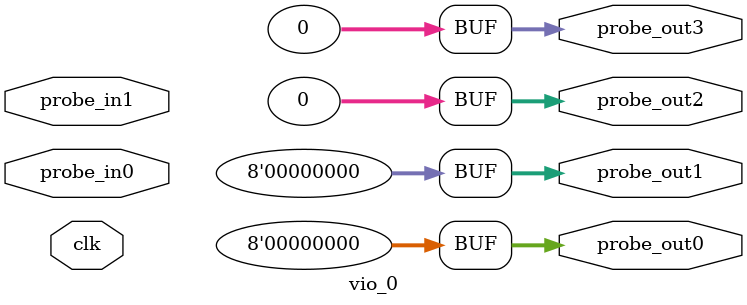
<source format=v>
`timescale 1ns / 1ps
module vio_0 (
clk,
probe_in0,probe_in1,
probe_out0,
probe_out1,
probe_out2,
probe_out3
);

input clk;
input [31 : 0] probe_in0;
input [31 : 0] probe_in1;

output reg [7 : 0] probe_out0 = 'h0 ;
output reg [7 : 0] probe_out1 = 'h0 ;
output reg [31 : 0] probe_out2 = 'h0 ;
output reg [31 : 0] probe_out3 = 'h0 ;


endmodule

</source>
